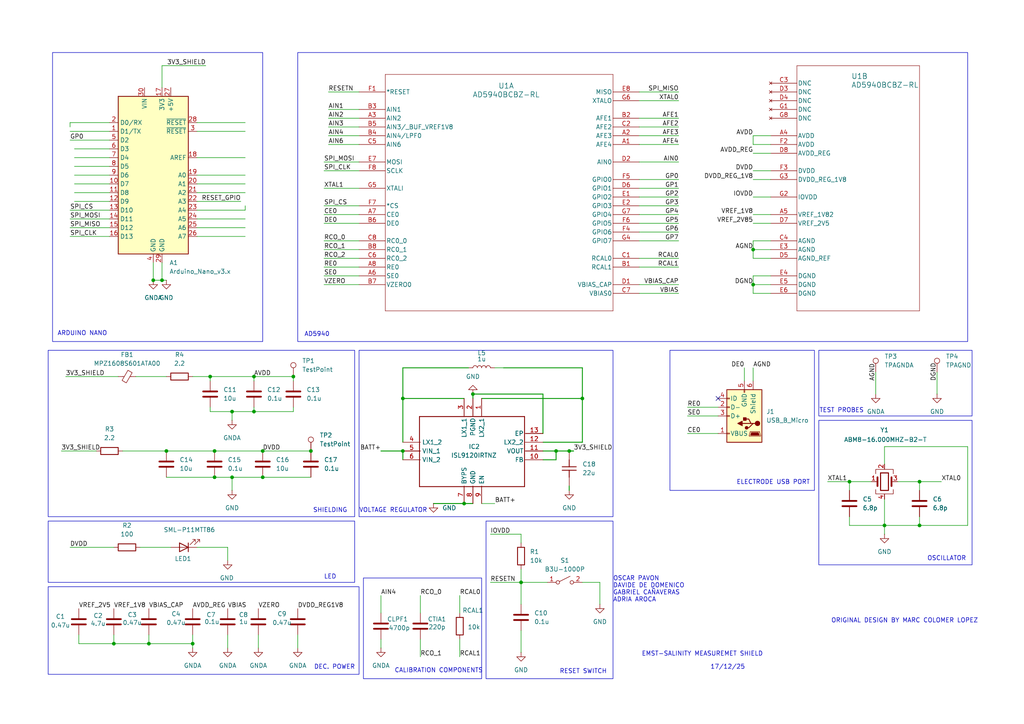
<source format=kicad_sch>
(kicad_sch (version 20250114) (generator "eeschema") (generator_version "9.0")
  (paper "A4")
  (lib_symbols
    (symbol "-nsl_power:ISL9120IRTNZ"
      (property "Reference" "IC" (at 8.89 11.43 0))
      (symbol "ISL9120IRTNZ_1_0"
        (polyline (pts (xy -15.494 -10.3353) (xy -15.494 9.9847)) (stroke (width 0.254)))
        (polyline (pts (xy -15.494 -10.3353) (xy 14.986 -10.3353)) (stroke (width 0.254)))
        (polyline (pts (xy 14.986 9.9847) (xy -15.494 9.9847)) (stroke (width 0.254)))
        (polyline (pts (xy 14.986 9.9847) (xy 14.986 -10.3353)) (stroke (width 0.254)))
        (pin passive line (at -20.32 2.54 0) (length 5.08) (name "LX1_2") (number "4"))
        (pin passive line (at -20.32 0 0) (length 5.08) (name "VIN_1") (number "5"))
        (pin passive line (at -20.32 -2.54 0) (length 5.08) (name "VIN_2") (number "6"))
        (pin passive line (at -2.54 15.24 270) (length 5.08) (name "LX1_1") (number "3"))
        (pin passive line (at -2.54 -15.24 90) (length 5.08) (name "BYPS") (number "7"))
        (pin passive line (at 0 15.24 270) (length 5.08) (name "PGND") (number "2"))
        (pin passive line (at 0 -15.24 90) (length 5.08) (name "GND") (number "8"))
        (pin passive line (at 2.54 15.24 270) (length 5.08) (name "LX2_1") (number "1"))
        (pin passive line (at 2.54 -15.24 90) (length 5.08) (name "EN") (number "9"))
        (pin passive line (at 20.32 5.08 180) (length 5.08) (name "EP") (number "13"))
        (pin passive line (at 20.32 2.54 180) (length 5.08) (name "LX2_2") (number "12"))
        (pin passive line (at 20.32 0 180) (length 5.08) (name "VOUT") (number "11"))
        (pin passive line (at 20.32 -2.54 180) (length 5.08) (name "FB") (number "10"))
      )
    )
    (symbol "AD5940:AD5940BCBZ-RL" (pin_names (offset 0.254))
      (property "Reference" "U" (at 40.64 10.16 0))
      (property "Value" "AD5940BCBZ-RL" (at 40.64 7.62 0))
      (symbol "AD5940BCBZ-RL_1_1"
        (polyline (pts (xy 7.62 5.08) (xy 7.62 -63.5)) (stroke (width 0.127)))
        (polyline (pts (xy 7.62 -63.5) (xy 73.66 -63.5)) (stroke (width 0.127)))
        (polyline (pts (xy 73.66 5.08) (xy 7.62 5.08)) (stroke (width 0.127)))
        (polyline (pts (xy 73.66 -63.5) (xy 73.66 5.08)) (stroke (width 0.127)))
        (pin input line (at 0 0 0) (length 7.62) (name "*RESET") (number "F1"))
        (pin unspecified line (at 0 -5.08 0) (length 7.62) (name "AIN1") (number "B3"))
        (pin unspecified line (at 0 -7.62 0) (length 7.62) (name "AIN2") (number "A3"))
        (pin unspecified line (at 0 -10.16 0) (length 7.62) (name "AIN3/_BUF_VREF1V8") (number "B5"))
        (pin unspecified line (at 0 -12.7 0) (length 7.62) (name "AIN4/LPF0") (number "B4"))
        (pin unspecified line (at 0 -15.24 0) (length 7.62) (name "AIN6") (number "C5"))
        (pin input line (at 0 -20.32 0) (length 7.62) (name "MOSI") (number "E7"))
        (pin input line (at 0 -22.86 0) (length 7.62) (name "SCLK") (number "F8"))
        (pin input line (at 0 -27.94 0) (length 7.62) (name "XTALI") (number "G5"))
        (pin bidirectional line (at 0 -33.02 0) (length 7.62) (name "*CS") (number "F7"))
        (pin unspecified line (at 0 -35.56 0) (length 7.62) (name "CE0") (number "A7"))
        (pin unspecified line (at 0 -38.1 0) (length 7.62) (name "DE0") (number "B6"))
        (pin unspecified line (at 0 -43.18 0) (length 7.62) (name "RC0_0") (number "C8"))
        (pin unspecified line (at 0 -45.72 0) (length 7.62) (name "RC0_1") (number "B8"))
        (pin unspecified line (at 0 -48.26 0) (length 7.62) (name "RC0_2") (number "C6"))
        (pin unspecified line (at 0 -50.8 0) (length 7.62) (name "RE0") (number "A8"))
        (pin unspecified line (at 0 -53.34 0) (length 7.62) (name "SE0") (number "A6"))
        (pin unspecified line (at 0 -55.88 0) (length 7.62) (name "VZERO0") (number "B7"))
        (pin output line (at 81.28 0 180) (length 7.62) (name "MISO") (number "E8"))
        (pin output line (at 81.28 -2.54 180) (length 7.62) (name "XTALO") (number "G6"))
        (pin unspecified line (at 81.28 -7.62 180) (length 7.62) (name "AFE1") (number "B2"))
        (pin unspecified line (at 81.28 -10.16 180) (length 7.62) (name "AFE2") (number "C2"))
        (pin unspecified line (at 81.28 -12.7 180) (length 7.62) (name "AFE3") (number "A2"))
        (pin unspecified line (at 81.28 -15.24 180) (length 7.62) (name "AFE4") (number "A1"))
        (pin unspecified line (at 81.28 -20.32 180) (length 7.62) (name "AIN0") (number "D2"))
        (pin bidirectional line (at 81.28 -25.4 180) (length 7.62) (name "GPIO0") (number "F5"))
        (pin bidirectional line (at 81.28 -27.94 180) (length 7.62) (name "GPIO1") (number "D6"))
        (pin bidirectional line (at 81.28 -30.48 180) (length 7.62) (name "GPIO2") (number "E1"))
        (pin bidirectional line (at 81.28 -33.02 180) (length 7.62) (name "GPIO3") (number "E2"))
        (pin bidirectional line (at 81.28 -35.56 180) (length 7.62) (name "GPIO4") (number "G7"))
        (pin bidirectional line (at 81.28 -38.1 180) (length 7.62) (name "GPIO5") (number "F6"))
        (pin bidirectional line (at 81.28 -40.64 180) (length 7.62) (name "GPIO6") (number "F4"))
        (pin bidirectional line (at 81.28 -43.18 180) (length 7.62) (name "GPIO7") (number "G4"))
        (pin unspecified line (at 81.28 -48.26 180) (length 7.62) (name "RCAL0") (number "C1"))
        (pin unspecified line (at 81.28 -50.8 180) (length 7.62) (name "RCAL1") (number "B1"))
        (pin unspecified line (at 81.28 -55.88 180) (length 7.62) (name "VBIAS_CAP") (number "D1"))
        (pin unspecified line (at 81.28 -58.42 180) (length 7.62) (name "VBIAS0") (number "C7"))
      )
      (symbol "AD5940BCBZ-RL_2_1"
        (polyline (pts (xy 7.62 5.08) (xy 7.62 -66.04)) (stroke (width 0.127)))
        (polyline (pts (xy 7.62 -66.04) (xy 43.18 -66.04)) (stroke (width 0.127)))
        (polyline (pts (xy 43.18 5.08) (xy 7.62 5.08)) (stroke (width 0.127)))
        (polyline (pts (xy 43.18 -66.04) (xy 43.18 5.08)) (stroke (width 0.127)))
        (pin no_connect line (at 0 0 0) (length 7.62) (name "DNC") (number "C3"))
        (pin no_connect line (at 0 -2.54 0) (length 7.62) (name "DNC") (number "D3"))
        (pin no_connect line (at 0 -5.08 0) (length 7.62) (name "DNC") (number "D4"))
        (pin no_connect line (at 0 -7.62 0) (length 7.62) (name "DNC") (number "G1"))
        (pin no_connect line (at 0 -10.16 0) (length 7.62) (name "DNC") (number "G8"))
        (pin power_in line (at 0 -15.24 0) (length 7.62) (name "AVDD") (number "A4"))
        (pin power_in line (at 0 -17.78 0) (length 7.62) (name "AVDD") (number "F2"))
        (pin power_in line (at 0 -20.32 0) (length 7.62) (name "AVDD_REG") (number "D8"))
        (pin power_in line (at 0 -25.4 0) (length 7.62) (name "DVDD") (number "F3"))
        (pin unspecified line (at 0 -27.94 0) (length 7.62) (name "DVDD_REG_1V8") (number "G3"))
        (pin bidirectional line (at 0 -33.02 0) (length 7.62) (name "IOVDD") (number "G2"))
        (pin unspecified line (at 0 -38.1 0) (length 7.62) (name "VREF_1V82") (number "A5"))
        (pin unspecified line (at 0 -40.64 0) (length 7.62) (name "VREF_2V5") (number "D7"))
        (pin power_out line (at 0 -45.72 0) (length 7.62) (name "AGND") (number "C4"))
        (pin power_out line (at 0 -48.26 0) (length 7.62) (name "AGND") (number "E3"))
        (pin power_out line (at 0 -50.8 0) (length 7.62) (name "AGND_REF") (number "D5"))
        (pin power_out line (at 0 -55.88 0) (length 7.62) (name "DGND") (number "E4"))
        (pin power_out line (at 0 -58.42 0) (length 7.62) (name "DGND") (number "E5"))
        (pin power_out line (at 0 -60.96 0) (length 7.62) (name "DGND") (number "E6"))
      )
    )
    (symbol "Connector:TestPoint" (pin_numbers (hide yes)) (pin_names (offset 0.762) (hide yes))
      (property "Reference" "TP" (at 0 6.858 0))
      (property "Value" "TestPoint" (at 0 5.08 0))
      (symbol "TestPoint_0_1"
        (circle (center 0 3.302) (radius 0.762))
      )
      (symbol "TestPoint_1_1"
        (pin passive line (at 0 0 90) (length 2.54) (name "1") (number "1"))
      )
    )
    (symbol "Connector:USB_B_Micro" (pin_names (offset 1.016))
      (property "Reference" "J" (at -5.08 11.43 0))
      (property "Value" "USB_B_Micro" (at -5.08 8.89 0))
      (symbol "USB_B_Micro_0_1"
        (rectangle (start -5.08 -7.62) (end 5.08 7.62) (stroke (width 0.254)) (fill (type background)))
        (polyline (pts (xy -4.699 5.842) (xy -4.699 5.588) (xy -4.445 4.826) (xy -4.445 4.572) (xy -1.651 4.572) (xy -1.651 4.826) (xy -1.397 5.588) (xy -1.397 5.842) (xy -4.699 5.842)))
        (polyline (pts (xy -4.318 5.588) (xy -1.778 5.588) (xy -2.032 4.826) (xy -4.064 4.826) (xy -4.318 5.588)) (fill (type outline)))
        (circle (center -3.81 2.159) (radius 0.635) (stroke (width 0.254)) (fill (type outline)))
        (polyline (pts (xy -3.175 2.159) (xy -2.54 2.159) (xy -1.27 3.429) (xy -0.635 3.429)) (stroke (width 0.254)))
        (polyline (pts (xy -2.54 2.159) (xy -1.905 2.159) (xy -1.27 0.889) (xy 0 0.889)) (stroke (width 0.254)))
        (polyline (pts (xy -1.905 2.159) (xy 0.635 2.159)) (stroke (width 0.254)))
        (circle (center -0.635 3.429) (radius 0.381) (stroke (width 0.254)) (fill (type outline)))
        (rectangle (start -0.127 -7.62) (end 0.127 -6.858))
        (rectangle (start 0.254 1.27) (end -0.508 0.508) (stroke (width 0.254)) (fill (type outline)))
        (polyline (pts (xy 0.635 2.794) (xy 0.635 1.524) (xy 1.905 2.159) (xy 0.635 2.794)) (stroke (width 0.254)) (fill (type outline)))
        (rectangle (start 5.08 4.953) (end 4.318 5.207))
        (rectangle (start 5.08 -0.127) (end 4.318 0.127))
        (rectangle (start 5.08 -2.667) (end 4.318 -2.413))
        (rectangle (start 5.08 -5.207) (end 4.318 -4.953))
      )
      (symbol "USB_B_Micro_1_1"
        (pin passive line (at -2.54 -10.16 90) (length 2.54) (name "Shield") (number "6"))
        (pin power_out line (at 0 -10.16 90) (length 2.54) (name "GND") (number "5"))
        (pin power_out line (at 7.62 5.08 180) (length 2.54) (name "VBUS") (number "1"))
        (pin bidirectional line (at 7.62 0 180) (length 2.54) (name "D+") (number "3"))
        (pin bidirectional line (at 7.62 -2.54 180) (length 2.54) (name "D-") (number "2"))
        (pin passive line (at 7.62 -5.08 180) (length 2.54) (name "ID") (number "4"))
      )
    )
    (symbol "Device:C" (pin_numbers (hide yes)) (pin_names (offset 0.254))
      (property "Reference" "C" (at 0.635 2.54 0))
      (property "Value" "C" (at 0.635 -2.54 0))
      (symbol "C_0_1"
        (polyline (pts (xy -2.032 0.762) (xy 2.032 0.762)) (stroke (width 0.508)))
        (polyline (pts (xy -2.032 -0.762) (xy 2.032 -0.762)) (stroke (width 0.508)))
      )
      (symbol "C_1_1"
        (pin passive line (at 0 3.81 270) (length 2.794) (name "~") (number "1"))
        (pin passive line (at 0 -3.81 90) (length 2.794) (name "~") (number "2"))
      )
    )
    (symbol "Device:Crystal_GND24" (pin_names (offset 1.016) (hide yes))
      (property "Reference" "Y" (at 3.175 5.08 0))
      (property "Value" "Crystal_GND24" (at 3.175 3.175 0))
      (symbol "Crystal_GND24_0_1"
        (polyline (pts (xy -2.54 2.286) (xy -2.54 3.556) (xy 2.54 3.556) (xy 2.54 2.286)))
        (polyline (pts (xy -2.54 0) (xy -2.032 0)))
        (polyline (pts (xy -2.54 -2.286) (xy -2.54 -3.556) (xy 2.54 -3.556) (xy 2.54 -2.286)))
        (polyline (pts (xy -2.032 -1.27) (xy -2.032 1.27)) (stroke (width 0.508)))
        (rectangle (start -1.143 2.54) (end 1.143 -2.54) (stroke (width 0.3048)))
        (polyline (pts (xy 0 3.556) (xy 0 3.81)))
        (polyline (pts (xy 0 -3.81) (xy 0 -3.556)))
        (polyline (pts (xy 2.032 0) (xy 2.54 0)))
        (polyline (pts (xy 2.032 -1.27) (xy 2.032 1.27)) (stroke (width 0.508)))
      )
      (symbol "Crystal_GND24_1_1"
        (pin passive line (at -3.81 0 0) (length 1.27) (name "1") (number "1"))
        (pin passive line (at 0 5.08 270) (length 1.27) (name "2") (number "2"))
        (pin passive line (at 0 -5.08 90) (length 1.27) (name "4") (number "4"))
        (pin passive line (at 3.81 0 180) (length 1.27) (name "3") (number "3"))
      )
    )
    (symbol "Device:FerriteBead_Small" (pin_numbers (hide yes)) (pin_names (offset 0))
      (property "Reference" "FB" (at 1.905 1.27 0))
      (property "Value" "FerriteBead_Small" (at 1.905 -1.27 0))
      (symbol "FerriteBead_Small_0_1"
        (polyline (pts (xy -1.8288 0.2794) (xy -1.1176 1.4986) (xy 1.8288 -0.2032) (xy 1.1176 -1.4224) (xy -1.8288 0.2794)))
        (polyline (pts (xy 0 0.889) (xy 0 1.2954)))
        (polyline (pts (xy 0 -1.27) (xy 0 -0.7874)))
      )
      (symbol "FerriteBead_Small_1_1"
        (pin passive line (at 0 2.54 270) (length 1.27) (name "~") (number "1"))
        (pin passive line (at 0 -2.54 90) (length 1.27) (name "~") (number "2"))
      )
    )
    (symbol "Device:L" (pin_numbers (hide yes)) (pin_names (offset 1.016) (hide yes))
      (property "Reference" "L" (at -1.27 0 90))
      (property "Value" "L" (at 1.905 0 90))
      (symbol "L_0_1"
        (arc (start 0 2.54) (mid 0.6323 1.905) (end 0 1.27))
        (arc (start 0 1.27) (mid 0.6323 0.635) (end 0 0))
        (arc (start 0 0) (mid 0.6323 -0.635) (end 0 -1.27))
        (arc (start 0 -1.27) (mid 0.6323 -1.905) (end 0 -2.54))
      )
      (symbol "L_1_1"
        (pin passive line (at 0 3.81 270) (length 1.27) (name "1") (number "1"))
        (pin passive line (at 0 -3.81 90) (length 1.27) (name "2") (number "2"))
      )
    )
    (symbol "Device:LED" (pin_numbers (hide yes)) (pin_names (offset 1.016) (hide yes))
      (property "Reference" "D" (at 0 2.54 0))
      (property "Value" "LED" (at 0 -2.54 0))
      (symbol "LED_0_1"
        (polyline (pts (xy -3.048 -0.762) (xy -4.572 -2.286) (xy -3.81 -2.286) (xy -4.572 -2.286) (xy -4.572 -1.524)))
        (polyline (pts (xy -1.778 -0.762) (xy -3.302 -2.286) (xy -2.54 -2.286) (xy -3.302 -2.286) (xy -3.302 -1.524)))
        (polyline (pts (xy -1.27 0) (xy 1.27 0)))
        (polyline (pts (xy -1.27 -1.27) (xy -1.27 1.27)) (stroke (width 0.254)))
        (polyline (pts (xy 1.27 -1.27) (xy 1.27 1.27) (xy -1.27 0) (xy 1.27 -1.27)) (stroke (width 0.254)))
      )
      (symbol "LED_1_1"
        (pin passive line (at -3.81 0 0) (length 2.54) (name "K") (number "1"))
        (pin passive line (at 3.81 0 180) (length 2.54) (name "A") (number "2"))
      )
    )
    (symbol "Device:R" (pin_numbers (hide yes)) (pin_names (offset 0))
      (property "Reference" "R" (at 2.032 0 90))
      (property "Value" "R" (at 0 0 90))
      (symbol "R_0_1"
        (rectangle (start -1.016 -2.54) (end 1.016 2.54) (stroke (width 0.254)))
      )
      (symbol "R_1_1"
        (pin passive line (at 0 3.81 270) (length 1.27) (name "~") (number "1"))
        (pin passive line (at 0 -3.81 90) (length 1.27) (name "~") (number "2"))
      )
    )
    (symbol "MCU_Module:Arduino_Nano_v3.x"
      (property "Reference" "A" (at -10.16 23.495 0))
      (property "Value" "Arduino_Nano_v3.x" (at 5.08 -24.13 0))
      (symbol "Arduino_Nano_v3.x_0_1"
        (rectangle (start -10.16 22.86) (end 10.16 -22.86) (stroke (width 0.254)) (fill (type background)))
      )
      (symbol "Arduino_Nano_v3.x_1_1"
        (pin bidirectional line (at -12.7 15.24 0) (length 2.54) (name "D0/RX") (number "2"))
        (pin bidirectional line (at -12.7 12.7 0) (length 2.54) (name "D1/TX") (number "1"))
        (pin bidirectional line (at -12.7 10.16 0) (length 2.54) (name "D2") (number "5"))
        (pin bidirectional line (at -12.7 7.62 0) (length 2.54) (name "D3") (number "6"))
        (pin bidirectional line (at -12.7 5.08 0) (length 2.54) (name "D4") (number "7"))
        (pin bidirectional line (at -12.7 2.54 0) (length 2.54) (name "D5") (number "8"))
        (pin bidirectional line (at -12.7 0 0) (length 2.54) (name "D6") (number "9"))
        (pin bidirectional line (at -12.7 -2.54 0) (length 2.54) (name "D7") (number "10"))
        (pin bidirectional line (at -12.7 -5.08 0) (length 2.54) (name "D8") (number "11"))
        (pin bidirectional line (at -12.7 -7.62 0) (length 2.54) (name "D9") (number "12"))
        (pin bidirectional line (at -12.7 -10.16 0) (length 2.54) (name "D10") (number "13"))
        (pin bidirectional line (at -12.7 -12.7 0) (length 2.54) (name "D11") (number "14"))
        (pin bidirectional line (at -12.7 -15.24 0) (length 2.54) (name "D12") (number "15"))
        (pin bidirectional line (at -12.7 -17.78 0) (length 2.54) (name "D13") (number "16"))
        (pin power_in line (at -2.54 25.4 270) (length 2.54) (name "VIN") (number "30"))
        (pin power_in line (at 0 -25.4 90) (length 2.54) (name "GND") (number "4"))
        (pin power_out line (at 2.54 25.4 270) (length 2.54) (name "3V3") (number "17"))
        (pin power_in line (at 2.54 -25.4 90) (length 2.54) (name "GND") (number "29"))
        (pin power_out line (at 5.08 25.4 270) (length 2.54) (name "+5V") (number "27"))
        (pin input line (at 12.7 15.24 180) (length 2.54) (name "~{RESET}") (number "28"))
        (pin input line (at 12.7 12.7 180) (length 2.54) (name "~{RESET}") (number "3"))
        (pin input line (at 12.7 5.08 180) (length 2.54) (name "AREF") (number "18"))
        (pin bidirectional line (at 12.7 0 180) (length 2.54) (name "A0") (number "19"))
        (pin bidirectional line (at 12.7 -2.54 180) (length 2.54) (name "A1") (number "20"))
        (pin bidirectional line (at 12.7 -5.08 180) (length 2.54) (name "A2") (number "21"))
        (pin bidirectional line (at 12.7 -7.62 180) (length 2.54) (name "A3") (number "22"))
        (pin bidirectional line (at 12.7 -10.16 180) (length 2.54) (name "A4") (number "23"))
        (pin bidirectional line (at 12.7 -12.7 180) (length 2.54) (name "A5") (number "24"))
        (pin bidirectional line (at 12.7 -15.24 180) (length 2.54) (name "A6") (number "25"))
        (pin bidirectional line (at 12.7 -17.78 180) (length 2.54) (name "A7") (number "26"))
      )
    )
    (symbol "PCB-EPS-altium-import:1_22u"
      (property "Value" "1_22u" (at 0 0 0))
      (symbol "1_22u_1_0"
        (polyline (pts (xy -2.032 0.508) (xy 2.032 0.508)) (stroke (width 0.254)))
        (polyline (pts (xy 0 2.54) (xy 0 0.508)) (stroke (width 0.254)))
        (polyline (pts (xy 0 -0.508) (xy 0 -2.54)) (stroke (width 0.254)))
        (polyline (pts (xy 2.032 -0.508) (xy -2.032 -0.508)) (stroke (width 0.254)))
        (pin passive line (at 0 5.08 270) (length 2.54) (name "2") (number "2"))
        (pin passive line (at 0 -5.08 90) (length 2.54) (name "1") (number "1"))
      )
    )
    (symbol "Switch:SW_SPST" (pin_names (offset 0) (hide yes))
      (property "Reference" "SW" (at 0 3.175 0))
      (property "Value" "SW_SPST" (at 0 -2.54 0))
      (symbol "SW_SPST_0_0"
        (circle (center -2.032 0) (radius 0.508))
        (polyline (pts (xy -1.524 0.254) (xy 1.524 1.778)))
        (circle (center 2.032 0) (radius 0.508))
      )
      (symbol "SW_SPST_1_1"
        (pin passive line (at -5.08 0 0) (length 2.54) (name "A") (number "1"))
        (pin passive line (at 5.08 0 180) (length 2.54) (name "B") (number "2"))
      )
    )
    (symbol "power:GND" (power) (pin_numbers (hide yes)) (pin_names (offset 0) (hide yes))
      (property "Value" "GND" (at 0 -3.81 0))
      (symbol "GND_0_1"
        (polyline (pts (xy 0 0) (xy 0 -1.27) (xy 1.27 -1.27) (xy 0 -2.54) (xy -1.27 -1.27) (xy 0 -1.27)))
      )
      (symbol "GND_1_1"
        (pin power_in line (at 0 0 270) (length 0) (name "~") (number "1"))
      )
    )
    (symbol "power:GNDA" (power) (pin_numbers (hide yes)) (pin_names (offset 0) (hide yes))
      (property "Value" "GNDA" (at 0 -3.81 0))
      (symbol "GNDA_0_1"
        (polyline (pts (xy 0 0) (xy 0 -1.27) (xy 1.27 -1.27) (xy 0 -2.54) (xy -1.27 -1.27) (xy 0 -1.27)))
      )
      (symbol "GNDA_1_1"
        (pin power_in line (at 0 0 270) (length 0) (name "~") (number "1"))
      )
    )
  )
  (rectangle (start 13.97 170.18) (end 104.14 195.58))
  (rectangle (start 104.14 101.6) (end 177.8 149.86))
  (rectangle (start 86.36 15.24) (end 280.67 99.06))
  (rectangle (start 105.41 167.64) (end 139.7 196.85))
  (rectangle (start 13.97 151.13) (end 102.87 168.91))
  (rectangle (start 13.97 101.6) (end 102.87 149.86))
  (rectangle (start 140.97 151.13) (end 177.8 196.85))
  (rectangle (start 237.49 121.92) (end 281.94 163.83))
  (rectangle (start 194.31 101.6) (end 236.22 142.24))
  (rectangle (start 237.49 101.6) (end 281.94 120.65))
  (rectangle (start 15.24 15.24) (end 76.2 99.06))
  (text "ORIGINAL DESIGN BY MARC COLOMER LOPEZ" (at 262.382 180.086 0) (effects (font (size 1.27 1.27))))
  (text "OSCAR PAVON\nDAVIDE DE DOMENICO\nGABRIEL CAÑAVERAS\nADRIA AROCA" (at 177.8 170.942 0) (effects (font (size 1.27 1.27)) (justify left)))
  (text "VOLTAGE REGULATOR" (at 114.046 148.082 0) (effects (font (size 1.27 1.27))))
  (text "LED\n" (at 95.758 167.386 0) (effects (font (size 1.27 1.27))))
  (text "EMST-SALINITY MEASUREMET SHIELD" (at 203.708 189.738 0) (effects (font (size 1.27 1.27))))
  (text "17/12/25" (at 211.074 193.548 0) (effects (font (size 1.27 1.27))))
  (text "SHIELDING\n" (at 95.758 148.082 0) (effects (font (size 1.27 1.27))))
  (text "CALIBRATION COMPONENTS\n" (at 127.254 194.564 0) (effects (font (size 1.27 1.27))))
  (text "ELECTRODE USB PORT\n" (at 224.282 139.954 0) (effects (font (size 1.27 1.27))))
  (text "AD5940\n" (at 91.948 97.028 0) (effects (font (size 1.27 1.27))))
  (text "DEC. POWER\n" (at 97.028 193.548 0) (effects (font (size 1.27 1.27))))
  (text "OSCILLATOR\n" (at 274.574 162.052 0) (effects (font (size 1.27 1.27))))
  (text "TEST PROBES" (at 244.094 119.126 0) (effects (font (size 1.27 1.27))))
  (text "RESET SWITCH\n" (at 169.164 194.818 0) (effects (font (size 1.27 1.27))))
  (text "ARDUINO NANO\n" (at 23.876 96.774 0) (effects (font (size 1.27 1.27))))
  (junction (at 218.44 72.39))
  (junction (at 168.91 115.57))
  (junction (at 256.54 152.4))
  (junction (at 218.44 82.55))
  (junction (at 85.09 109.22))
  (junction (at 33.02 186.69))
  (junction (at 67.31 138.43))
  (junction (at 90.17 130.81))
  (junction (at 73.66 119.38))
  (junction (at 116.84 130.81))
  (junction (at 246.38 139.7))
  (junction (at 44.45 81.28))
  (junction (at 165.1 130.81))
  (junction (at 48.26 130.81))
  (junction (at 137.16 114.3))
  (junction (at 266.7 152.4))
  (junction (at 60.96 109.22))
  (junction (at 62.23 130.81))
  (junction (at 73.66 109.22))
  (junction (at 116.84 115.57))
  (junction (at 76.2 138.43))
  (junction (at 46.99 81.28))
  (junction (at 151.13 168.91))
  (junction (at 67.31 119.38))
  (junction (at 134.62 146.05))
  (junction (at 161.29 130.81))
  (junction (at 76.2 130.81))
  (junction (at 43.18 186.69))
  (junction (at 55.88 186.69))
  (junction (at 62.23 138.43))
  (junction (at 266.7 139.7))
  (no_connect (at 208.28 115.57))
  (wire (pts (xy 21.59 48.26) (xy 31.75 48.26)))
  (wire (pts (xy 20.32 66.04) (xy 31.75 66.04)))
  (wire (pts (xy 86.36 187.96) (xy 86.36 184.15)))
  (wire (pts (xy 256.54 144.78) (xy 256.54 152.4)))
  (wire (pts (xy 121.92 177.8) (xy 121.92 172.72)))
  (wire (pts (xy 110.49 177.8) (xy 110.49 172.72)))
  (wire (pts (xy 46.99 81.28) (xy 48.26 81.28)))
  (wire (pts (xy 151.13 168.91) (xy 151.13 175.26)))
  (wire (pts (xy 20.32 38.1) (xy 31.75 38.1)))
  (wire (pts (xy 67.31 138.43) (xy 67.31 142.24)))
  (wire (pts (xy 218.44 39.37) (xy 223.52 39.37)))
  (wire (pts (xy 31.75 35.56) (xy 20.32 35.56)))
  (wire (pts (xy 256.54 152.4) (xy 266.7 152.4)))
  (wire (pts (xy 280.67 152.4) (xy 266.7 152.4)))
  (wire (pts (xy 57.15 68.58) (xy 71.12 68.58)))
  (wire (pts (xy 48.26 138.43) (xy 62.23 138.43)))
  (wire (pts (xy 73.66 109.22) (xy 73.66 110.49)))
  (wire (pts (xy 93.98 77.47) (xy 104.14 77.47)))
  (wire (pts (xy 46.99 76.2) (xy 46.99 81.28)))
  (wire (pts (xy 223.52 69.85) (xy 218.44 69.85)))
  (wire (pts (xy 142.24 154.94) (xy 151.13 154.94)))
  (wire (pts (xy 93.98 62.23) (xy 104.14 62.23)))
  (wire (pts (xy 35.56 130.81) (xy 48.26 130.81)))
  (wire (pts (xy 20.32 68.58) (xy 31.75 68.58)))
  (wire (pts (xy 215.9 106.68) (xy 215.9 110.49)))
  (wire (pts (xy 246.38 139.7) (xy 252.73 139.7)))
  (wire (pts (xy 55.88 186.69) (xy 55.88 184.15)))
  (wire (pts (xy 33.02 184.15) (xy 33.02 186.69)))
  (wire (pts (xy 125.73 146.05) (xy 134.62 146.05)) (stroke (width 0.254)))
  (wire (pts (xy 165.1 130.81) (xy 166.37 130.81)) (stroke (width 0.254)))
  (wire (pts (xy 95.25 34.29) (xy 104.14 34.29)))
  (wire (pts (xy 151.13 165.1) (xy 151.13 168.91)))
  (wire (pts (xy 46.99 19.05) (xy 59.69 19.05)))
  (wire (pts (xy 157.48 114.3) (xy 137.16 114.3)) (stroke (width 0.254)))
  (wire (pts (xy 166.37 130.81) (xy 165.1 130.81)))
  (wire (pts (xy 218.44 64.77) (xy 223.52 64.77)))
  (wire (pts (xy 218.44 82.55) (xy 218.44 85.09)))
  (wire (pts (xy 185.42 74.93) (xy 196.85 74.93)))
  (wire (pts (xy 85.09 109.22) (xy 85.09 110.49)))
  (wire (pts (xy 173.99 168.91) (xy 173.99 175.26)))
  (wire (pts (xy 240.03 139.7) (xy 246.38 139.7)))
  (wire (pts (xy 266.7 152.4) (xy 266.7 149.86)))
  (wire (pts (xy 43.18 186.69) (xy 43.18 184.15)))
  (wire (pts (xy 223.52 80.01) (xy 218.44 80.01)))
  (wire (pts (xy 146.05 106.68) (xy 168.91 106.68)) (stroke (width 0.254)))
  (wire (pts (xy 121.92 185.42) (xy 121.92 190.5)))
  (wire (pts (xy 168.91 168.91) (xy 173.99 168.91)))
  (wire (pts (xy 116.84 115.57) (xy 134.62 115.57)) (stroke (width 0.254)))
  (wire (pts (xy 280.67 129.54) (xy 280.67 152.4)))
  (wire (pts (xy 74.93 187.96) (xy 74.93 184.15)))
  (wire (pts (xy 93.98 54.61) (xy 104.14 54.61)))
  (wire (pts (xy 57.15 45.72) (xy 71.12 45.72)))
  (wire (pts (xy 199.39 118.11) (xy 208.28 118.11)))
  (wire (pts (xy 110.49 130.81) (xy 116.84 130.81)) (stroke (width 0.254)))
  (wire (pts (xy 185.42 62.23) (xy 196.85 62.23)))
  (wire (pts (xy 218.44 106.68) (xy 218.44 110.49)))
  (wire (pts (xy 185.42 64.77) (xy 196.85 64.77)))
  (wire (pts (xy 260.35 139.7) (xy 266.7 139.7)))
  (wire (pts (xy 93.98 49.53) (xy 104.14 49.53)))
  (wire (pts (xy 246.38 139.7) (xy 246.38 142.24)))
  (wire (pts (xy 57.15 63.5) (xy 71.12 63.5)))
  (wire (pts (xy 218.44 62.23) (xy 223.52 62.23)))
  (wire (pts (xy 185.42 69.85) (xy 196.85 69.85)))
  (wire (pts (xy 165.1 140.97) (xy 165.1 142.24)) (stroke (width 0.254)))
  (wire (pts (xy 185.42 82.55) (xy 196.85 82.55)))
  (wire (pts (xy 271.78 107.95) (xy 271.78 114.3)))
  (wire (pts (xy 73.66 119.38) (xy 85.09 119.38)))
  (wire (pts (xy 19.05 109.22) (xy 34.29 109.22)))
  (wire (pts (xy 116.84 130.81) (xy 116.84 133.35)) (stroke (width 0.254)))
  (wire (pts (xy 62.23 138.43) (xy 67.31 138.43)))
  (wire (pts (xy 57.15 53.34) (xy 71.12 53.34)))
  (wire (pts (xy 185.42 29.21) (xy 196.85 29.21)))
  (wire (pts (xy 133.35 177.8) (xy 133.35 172.72)))
  (wire (pts (xy 93.98 72.39) (xy 104.14 72.39)))
  (wire (pts (xy 218.44 72.39) (xy 218.44 74.93)))
  (wire (pts (xy 218.44 82.55) (xy 223.52 82.55)))
  (wire (pts (xy 57.15 158.75) (xy 66.04 158.75)))
  (wire (pts (xy 21.59 50.8) (xy 31.75 50.8)))
  (wire (pts (xy 218.44 39.37) (xy 218.44 41.91)))
  (wire (pts (xy 185.42 34.29) (xy 196.85 34.29)))
  (wire (pts (xy 62.23 130.81) (xy 76.2 130.81)))
  (wire (pts (xy 93.98 74.93) (xy 104.14 74.93)))
  (wire (pts (xy 168.91 106.68) (xy 168.91 115.57)) (stroke (width 0.254)))
  (wire (pts (xy 95.25 26.67) (xy 104.14 26.67)))
  (wire (pts (xy 218.44 74.93) (xy 223.52 74.93)))
  (wire (pts (xy 40.64 158.75) (xy 49.53 158.75)))
  (wire (pts (xy 21.59 45.72) (xy 31.75 45.72)))
  (wire (pts (xy 137.16 114.3) (xy 137.16 115.57)) (stroke (width 0.254)))
  (wire (pts (xy 218.44 52.07) (xy 223.52 52.07)))
  (wire (pts (xy 39.37 109.22) (xy 48.26 109.22)))
  (wire (pts (xy 218.44 44.45) (xy 223.52 44.45)))
  (wire (pts (xy 76.2 138.43) (xy 90.17 138.43)))
  (wire (pts (xy 85.09 118.11) (xy 85.09 119.38)))
  (wire (pts (xy 57.15 60.96) (xy 71.12 60.96)))
  (wire (pts (xy 66.04 187.96) (xy 66.04 184.15)))
  (wire (pts (xy 168.91 115.57) (xy 168.91 128.27)) (stroke (width 0.254)))
  (wire (pts (xy 254 107.95) (xy 254 114.3)))
  (wire (pts (xy 95.25 39.37) (xy 104.14 39.37)))
  (wire (pts (xy 22.86 186.69) (xy 33.02 186.69)))
  (wire (pts (xy 57.15 35.56) (xy 71.12 35.56)))
  (wire (pts (xy 185.42 46.99) (xy 196.85 46.99)))
  (wire (pts (xy 57.15 50.8) (xy 71.12 50.8)))
  (wire (pts (xy 185.42 39.37) (xy 196.85 39.37)))
  (wire (pts (xy 21.59 53.34) (xy 31.75 53.34)))
  (wire (pts (xy 266.7 139.7) (xy 266.7 142.24)))
  (wire (pts (xy 157.48 133.35) (xy 161.29 133.35)) (stroke (width 0.254)))
  (wire (pts (xy 246.38 152.4) (xy 256.54 152.4)))
  (wire (pts (xy 161.29 130.81) (xy 165.1 130.81)) (stroke (width 0.254)))
  (wire (pts (xy 110.49 185.42) (xy 110.49 187.96)))
  (wire (pts (xy 266.7 139.7) (xy 273.05 139.7)))
  (wire (pts (xy 185.42 52.07) (xy 196.85 52.07)))
  (wire (pts (xy 21.59 43.18) (xy 31.75 43.18)))
  (wire (pts (xy 218.44 69.85) (xy 218.44 72.39)))
  (wire (pts (xy 95.25 36.83) (xy 104.14 36.83)))
  (wire (pts (xy 57.15 58.42) (xy 69.85 58.42)))
  (wire (pts (xy 218.44 85.09) (xy 223.52 85.09)))
  (wire (pts (xy 256.54 152.4) (xy 256.54 154.94)))
  (wire (pts (xy 67.31 119.38) (xy 67.31 121.92)))
  (wire (pts (xy 157.48 128.27) (xy 168.91 128.27)) (stroke (width 0.254)))
  (wire (pts (xy 20.32 60.96) (xy 31.75 60.96)))
  (wire (pts (xy 185.42 54.61) (xy 196.85 54.61)))
  (wire (pts (xy 55.88 109.22) (xy 60.96 109.22)))
  (wire (pts (xy 185.42 57.15) (xy 196.85 57.15)))
  (wire (pts (xy 67.31 138.43) (xy 76.2 138.43)))
  (wire (pts (xy 185.42 85.09) (xy 196.85 85.09)))
  (wire (pts (xy 44.45 81.28) (xy 46.99 81.28)))
  (wire (pts (xy 76.2 130.81) (xy 90.17 130.81)))
  (wire (pts (xy 151.13 157.48) (xy 151.13 154.94)))
  (wire (pts (xy 218.44 80.01) (xy 218.44 82.55)))
  (wire (pts (xy 43.18 186.69) (xy 55.88 186.69)))
  (wire (pts (xy 199.39 120.65) (xy 208.28 120.65)))
  (wire (pts (xy 60.96 109.22) (xy 73.66 109.22)))
  (wire (pts (xy 218.44 49.53) (xy 223.52 49.53)))
  (wire (pts (xy 161.29 133.35) (xy 161.29 130.81)) (stroke (width 0.254)))
  (wire (pts (xy 133.35 185.42) (xy 133.35 190.5)))
  (wire (pts (xy 151.13 182.88) (xy 151.13 189.23)))
  (wire (pts (xy 46.99 25.4) (xy 46.99 19.05)))
  (wire (pts (xy 60.96 119.38) (xy 67.31 119.38)))
  (wire (pts (xy 218.44 72.39) (xy 223.52 72.39)))
  (wire (pts (xy 66.04 158.75) (xy 66.04 162.56)))
  (wire (pts (xy 246.38 152.4) (xy 246.38 149.86)))
  (wire (pts (xy 57.15 38.1) (xy 71.12 38.1)))
  (wire (pts (xy 199.39 125.73) (xy 208.28 125.73)))
  (wire (pts (xy 93.98 59.69) (xy 104.14 59.69)))
  (wire (pts (xy 48.26 130.81) (xy 62.23 130.81)))
  (wire (pts (xy 95.25 41.91) (xy 104.14 41.91)))
  (wire (pts (xy 21.59 58.42) (xy 31.75 58.42)))
  (wire (pts (xy 185.42 41.91) (xy 196.85 41.91)))
  (wire (pts (xy 33.02 186.69) (xy 43.18 186.69)))
  (wire (pts (xy 93.98 69.85) (xy 104.14 69.85)))
  (wire (pts (xy 93.98 82.55) (xy 104.14 82.55)))
  (wire (pts (xy 22.86 184.15) (xy 22.86 186.69)))
  (wire (pts (xy 57.15 55.88) (xy 71.12 55.88)))
  (wire (pts (xy 157.48 130.81) (xy 161.29 130.81)) (stroke (width 0.254)))
  (wire (pts (xy 21.59 55.88) (xy 31.75 55.88)))
  (wire (pts (xy 143.51 106.68) (xy 146.05 106.68)))
  (wire (pts (xy 185.42 59.69) (xy 196.85 59.69)))
  (wire (pts (xy 20.32 158.75) (xy 33.02 158.75)))
  (wire (pts (xy 157.48 114.3) (xy 157.48 125.73)) (stroke (width 0.254)))
  (wire (pts (xy 185.42 26.67) (xy 196.85 26.67)))
  (wire (pts (xy 20.32 40.64) (xy 31.75 40.64)))
  (wire (pts (xy 218.44 41.91) (xy 223.52 41.91)))
  (wire (pts (xy 256.54 129.54) (xy 280.67 129.54)))
  (wire (pts (xy 151.13 168.91) (xy 158.75 168.91)))
  (wire (pts (xy 134.62 146.05) (xy 137.16 146.05)) (stroke (width 0.254)))
  (wire (pts (xy 73.66 109.22) (xy 85.09 109.22)))
  (wire (pts (xy 218.44 57.15) (xy 223.52 57.15)))
  (wire (pts (xy 93.98 46.99) (xy 104.14 46.99)))
  (wire (pts (xy 185.42 36.83) (xy 196.85 36.83)))
  (wire (pts (xy 93.98 80.01) (xy 104.14 80.01)))
  (wire (pts (xy 256.54 134.62) (xy 256.54 129.54)))
  (wire (pts (xy 95.25 31.75) (xy 104.14 31.75)))
  (wire (pts (xy 71.12 59.69) (xy 71.12 60.96)))
  (wire (pts (xy 20.32 35.56) (xy 20.32 36.83)))
  (wire (pts (xy 139.7 146.05) (xy 143.51 146.05)))
  (wire (pts (xy 116.84 106.68) (xy 116.84 115.57)) (stroke (width 0.254)))
  (wire (pts (xy 93.98 64.77) (xy 104.14 64.77)))
  (wire (pts (xy 67.31 119.38) (xy 73.66 119.38)))
  (wire (pts (xy 185.42 77.47) (xy 196.85 77.47)))
  (wire (pts (xy 44.45 76.2) (xy 44.45 81.28)))
  (wire (pts (xy 20.32 63.5) (xy 31.75 63.5)))
  (wire (pts (xy 185.42 67.31) (xy 196.85 67.31)))
  (wire (pts (xy 60.96 110.49) (xy 60.96 109.22)))
  (wire (pts (xy 139.7 115.57) (xy 168.91 115.57)) (stroke (width 0.254)))
  (wire (pts (xy 142.24 168.91) (xy 151.13 168.91)))
  (wire (pts (xy 55.88 186.69) (xy 55.88 187.96)))
  (wire (pts (xy 116.84 115.57) (xy 116.84 128.27)) (stroke (width 0.254)))
  (wire (pts (xy 135.89 106.68) (xy 116.84 106.68)) (stroke (width 0.254)))
  (wire (pts (xy 60.96 118.11) (xy 60.96 119.38)))
  (wire (pts (xy 57.15 66.04) (xy 71.12 66.04)))
  (wire (pts (xy 17.78 130.81) (xy 27.94 130.81)))
  (wire (pts (xy 73.66 118.11) (xy 73.66 119.38)))
  (label "VBIAS" (at 66.04 176.53 0))
  (label "XTAL0" (at 196.85 29.21 180))
  (label "IOVDD" (at 142.24 154.94 0))
  (label "RCAL1" (at 133.35 190.5 0))
  (label "3V3_SHIELD" (at 59.69 19.05 180))
  (label "RCO_1" (at 121.92 190.5 0))
  (label "VREF_1V8" (at 218.44 62.23 180))
  (label "DGND" (at 218.44 82.55 180))
  (label "SPI_CLK" (at 20.32 68.58 0))
  (label "VREF_2V5" (at 22.86 176.53 0))
  (label "AGND" (at 218.44 106.68 0))
  (label "DVDD" (at 76.2 130.81 0))
  (label "GP2" (at 196.85 57.15 180))
  (label "XTAL1" (at 240.03 139.7 0))
  (label "BATT+" (at 110.49 130.81 180))
  (label "AIN4" (at 95.25 39.37 0))
  (label "SPI_MISO" (at 196.85 26.67 180))
  (label "GP0" (at 196.85 52.07 180))
  (label "GP3" (at 196.85 59.69 180))
  (label "AGND" (at 254 110.49 90))
  (label "BATT+" (at 143.51 146.05 0))
  (label "DE0" (at 215.9 106.68 180))
  (label "DVDD_REG1V8" (at 86.36 176.53 0))
  (label "3V3_SHIELD" (at 166.37 130.81 0))
  (label "SE0" (at 93.98 80.01 0))
  (label "DE0" (at 93.98 64.77 0))
  (label "RCO_0" (at 93.98 69.85 0))
  (label "DGND" (at 271.78 110.49 90))
  (label "AIN3" (at 95.25 36.83 0))
  (label "AVDD_REG" (at 55.88 176.53 0))
  (label "RCAL0" (at 133.35 172.72 0))
  (label "VBIAS" (at 196.85 85.09 180))
  (label "SPI_MOSI" (at 20.32 63.5 0))
  (label "GP7" (at 196.85 69.85 180))
  (label "GP6" (at 196.85 67.31 180))
  (label "AIN4" (at 110.49 172.72 0))
  (label "VBIAS_CAP" (at 43.18 176.53 0))
  (label "SPI_CS" (at 93.98 59.69 0))
  (label "VREF_1V8" (at 33.02 176.53 0))
  (label "AIN6" (at 95.25 41.91 0))
  (label "AIN2" (at 95.25 34.29 0))
  (label "VREF_2V85" (at 218.44 64.77 180))
  (label "VZERO" (at 74.93 176.53 0))
  (label "RCAL1" (at 196.85 77.47 180))
  (label "AGND" (at 218.44 72.39 180))
  (label "GP5" (at 196.85 64.77 180))
  (label "3V3_SHIELD" (at 17.78 130.81 0))
  (label "AVDD" (at 218.44 39.37 180))
  (label "RCO_2" (at 93.98 74.93 0))
  (label "XTAL0" (at 273.05 139.7 0))
  (label "CE0" (at 199.39 125.73 0))
  (label "XTAL1" (at 93.98 54.61 0))
  (label "AFE1" (at 196.85 34.29 180))
  (label "RCAL0" (at 196.85 74.93 180))
  (label "GP4" (at 196.85 62.23 180))
  (label "AFE3" (at 196.85 39.37 180))
  (label "RCO_0" (at 121.92 172.72 0))
  (label "RCO_1" (at 93.98 72.39 0))
  (label "GP1" (at 196.85 54.61 180))
  (label "DVDD" (at 218.44 49.53 180))
  (label "SPI_CS" (at 20.32 60.96 0))
  (label "RESETN" (at 95.25 26.67 0))
  (label "RESETN" (at 142.24 168.91 0))
  (label "SPI_CLK" (at 93.98 49.53 0))
  (label "RE0" (at 93.98 77.47 0))
  (label "AVDD" (at 73.66 109.22 0))
  (label "DVDD" (at 20.32 158.75 0))
  (label "AVDD_REG" (at 218.44 44.45 180))
  (label "GP0" (at 20.32 40.64 0))
  (label "DVDD_REG_1V8" (at 218.44 52.07 180))
  (label "AFE2" (at 196.85 36.83 180))
  (label "IOVDD" (at 218.44 57.15 180))
  (label "SE0" (at 199.39 120.65 0))
  (label "SPI_MISO" (at 20.32 66.04 0))
  (label "AIN1" (at 95.25 31.75 0))
  (label "SPI_MOSI" (at 93.98 46.99 0))
  (label "CE0" (at 93.98 62.23 0))
  (label "3V3_SHIELD" (at 19.05 109.22 0))
  (label "RE0" (at 199.39 118.11 0))
  (label "RESET_GPIO" (at 69.85 58.42 180))
  (label "VBIAS_CAP" (at 196.85 82.55 180))
  (label "VZERO" (at 93.98 82.55 0))
  (label "AFE4" (at 196.85 41.91 180))
  (label "AIN0" (at 196.85 46.99 180))
  (symbol (lib_id "power:GND") (at 165.1 142.24 0) (unit 1)
    (property "Reference" "#PWR0119" (effects (hide yes)))
    (property "Value" "GND" (at 165.1 147.32 0))
  )
  (symbol (lib_id "power:GNDA") (at 44.45 81.28 0) (unit 1)
    (property "Reference" "#PWR014" (effects (hide yes)))
    (property "Value" "GNDA" (at 44.45 86.36 0))
    (property "Description" "Power symbol creates a global label with name \"GNDA\" , analog ground" (effects (hide yes)))
  )
  (symbol (lib_id "Device:C") (at 62.23 134.62 0) (unit 1)
    (property "Reference" "C15" (at 66.04 133.3499 0) (effects (justify left)))
    (property "Value" "0.1u" (at 66.04 135.8899 0) (effects (justify left)))
    (property "Description" "Unpolarized capacitor" (effects (hide yes)))
  )
  (symbol (lib_id "power:GND") (at 66.04 162.56 0) (unit 1)
    (property "Reference" "#PWR01" (effects (hide yes)))
    (property "Value" "GND" (at 65.786 167.64 0))
    (property "Description" "Power symbol creates a global label with name \"GND\" , ground" (effects (hide yes)))
  )
  (symbol (lib_id "power:GNDA") (at 110.49 187.96 0) (unit 1)
    (property "Reference" "#PWR03" (effects (hide yes)))
    (property "Value" "GNDA" (at 110.49 193.04 0))
    (property "Description" "Power symbol creates a global label with name \"GNDA\" , analog ground" (effects (hide yes)))
  )
  (symbol (lib_id "Device:C") (at 90.17 134.62 0) (unit 1)
    (property "Reference" "C17" (at 93.98 133.3499 0) (effects (justify left)))
    (property "Value" "0.1u" (at 93.98 135.8899 0) (effects (justify left)))
    (property "Description" "Unpolarized capacitor" (effects (hide yes)))
  )
  (symbol (lib_id "Device:C") (at 151.13 179.07 0) (unit 1)
    (property "Reference" "C10" (at 154.94 177.7999 0) (effects (justify left)))
    (property "Value" "0.1u" (at 154.94 180.3399 0) (effects (justify left)))
    (property "Description" "Unpolarized capacitor" (effects (hide yes)))
  )
  (symbol (lib_id "Device:C") (at 66.04 180.34 180) (unit 1)
    (property "Reference" "C7" (at 61.214 178.308 0))
    (property "Value" "0.1u" (at 61.468 180.34 0))
    (property "Description" "Unpolarized capacitor" (effects (hide yes)))
  )
  (symbol (lib_id "-nsl_power:ISL9120IRTNZ") (at 137.16 130.81 0) (unit 1)
    (property "Reference" "IC2" (at 135.89 129.54 0) (effects (justify left)))
    (property "Value" "ISL9120IRTNZ" (at 130.81 132.08 0) (effects (justify left)))
    (property "Footprint" "power-nsl:ISL9120IRTNZ" (effects (hide yes)))
    (property "SPICEPRE" "I" (effects (hide yes)))
    (property "SPICESYMBOLNAME" "ISL9120IRTNZ" (effects (hide yes)))
    (property "BOM_MANUFACTURER PART" "ISL9120IRTNZ" (effects (hide yes)))
    (property "BOM_SUPPLIER" "Farnell" (effects (hide yes)))
    (property "BOM_SUPPLIER PART" "2630543" (effects (hide yes)))
    (property "BOM_MANUFACTURER" "Renesas / Intersil" (effects (hide yes)))
    (property "BOM_LINK" "https://es.farnell.com/renesas/isl9120irtnz/conver-dc-dc-buck-boost-0-8a-tqfn/dp/2630543?ost=isl9120irtnz" (effects (hide yes)))
    (property "Manufacturer 1" "Renesas / Intersil" (effects (hide yes)))
    (property "Manufacturer Part Number 1" "ISL9120IRTNZ" (effects (hide yes)))
    (property "Supplier 1" "Farnell" (effects (hide yes)))
    (property "Supplier Part Number 1" "2630543" (effects (hide yes)))
  )
  (symbol (lib_id "power:GNDA") (at 55.88 187.96 0) (unit 1)
    (property "Reference" "#PWR02" (effects (hide yes)))
    (property "Value" "GNDA" (at 55.88 193.04 0))
    (property "Description" "Power symbol creates a global label with name \"GNDA\" , analog ground" (effects (hide yes)))
  )
  (symbol (lib_id "Device:C") (at 86.36 180.34 180) (unit 1)
    (property "Reference" "C9" (at 81.788 178.054 0))
    (property "Value" "0.47u" (at 81.788 180.594 0))
    (property "Description" "Unpolarized capacitor" (effects (hide yes)))
  )
  (symbol (lib_id "Device:R") (at 151.13 161.29 0) (unit 1)
    (property "Reference" "R1" (at 153.67 160.0199 0) (effects (justify left)))
    (property "Value" "10k" (at 153.67 162.5599 0) (effects (justify left)))
    (property "Description" "Resistor" (effects (hide yes)))
  )
  (symbol (lib_id "power:GND") (at 48.26 81.28 0) (unit 1)
    (property "Reference" "#PWR015" (effects (hide yes)))
    (property "Value" "GND" (at 48.26 86.36 0))
    (property "Description" "Power symbol creates a global label with name \"GND\" , ground" (effects (hide yes)))
  )
  (symbol (lib_id "Device:C") (at 76.2 134.62 0) (unit 1)
    (property "Reference" "C16" (at 80.01 133.3499 0) (effects (justify left)))
    (property "Value" "10u" (at 80.01 135.8899 0) (effects (justify left)))
    (property "Description" "Unpolarized capacitor" (effects (hide yes)))
  )
  (symbol (lib_id "AD5940:AD5940BCBZ-RL") (at 104.14 26.67 0) (unit 1)
    (property "Reference" "U1" (at 146.812 24.892 0) (effects (font (size 1.524 1.524))))
    (property "Value" "AD5940BCBZ-RL" (at 146.812 27.432 0) (effects (font (size 1.524 1.524))))
    (property "Footprint" "AD5940BCBZ-RL_ADI" (effects (hide yes)))
    (property "Datasheet" "https://www.analog.com/media/en/technical-documentation/data-sheets/AD5940-5941.pdf" (effects (hide yes)))
  )
  (symbol (lib_id "MCU_Module:Arduino_Nano_v3.x") (at 44.45 50.8 0) (unit 1)
    (property "Reference" "A1" (at 49.1333 76.2 0) (effects (justify left)))
    (property "Value" "Arduino_Nano_v3.x" (at 49.1333 78.74 0) (effects (justify left)))
    (property "Footprint" "Module:Arduino_Nano" (effects (hide yes)))
    (property "Datasheet" "http://www.mouser.com/pdfdocs/Gravitech_Arduino_Nano3_0.pdf" (effects (hide yes)))
    (property "Description" "Arduino Nano v3.x" (effects (hide yes)))
  )
  (symbol (lib_id "Device:C") (at 266.7 146.05 0) (unit 1)
    (property "Reference" "C6" (at 270.51 144.7799 0) (effects (justify left)))
    (property "Value" "6.8p" (at 270.51 147.3199 0) (effects (justify left)))
    (property "Description" "Unpolarized capacitor" (effects (hide yes)))
  )
  (symbol (lib_id "power:GNDA") (at 66.04 187.96 0) (unit 1)
    (property "Reference" "#PWR04" (effects (hide yes)))
    (property "Value" "GNDA" (at 66.04 193.04 0))
    (property "Description" "Power symbol creates a global label with name \"GNDA\" , analog ground" (effects (hide yes)))
  )
  (symbol (lib_id "Device:C") (at 110.49 181.61 0) (unit 1)
    (property "Reference" "CLPF1" (at 115.316 179.578 0))
    (property "Value" "4700p" (at 115.824 182.118 0))
    (property "Description" "Unpolarized capacitor" (effects (hide yes)))
  )
  (symbol (lib_id "Device:C") (at 246.38 146.05 0) (unit 1)
    (property "Reference" "C5" (at 250.19 144.7799 0) (effects (justify left)))
    (property "Value" "6.8p" (at 250.19 147.3199 0) (effects (justify left)))
    (property "Description" "Unpolarized capacitor" (effects (hide yes)))
  )
  (symbol (lib_id "power:GND") (at 67.31 142.24 0) (unit 1)
    (property "Reference" "#PWR011" (effects (hide yes)))
    (property "Value" "GND" (at 67.31 147.32 0))
    (property "Description" "Power symbol creates a global label with name \"GND\" , ground" (effects (hide yes)))
  )
  (symbol (lib_id "Device:C") (at 48.26 134.62 0) (unit 1)
    (property "Reference" "C14" (at 52.07 133.3499 0) (effects (justify left)))
    (property "Value" "10u" (at 52.07 135.8899 0) (effects (justify left)))
    (property "Description" "Unpolarized capacitor" (effects (hide yes)))
  )
  (symbol (lib_id "power:GND") (at 151.13 189.23 0) (unit 1)
    (property "Reference" "#PWR08" (effects (hide yes)))
    (property "Value" "GND" (at 151.13 194.31 0))
    (property "Description" "Power symbol creates a global label with name \"GND\" , ground" (effects (hide yes)))
  )
  (symbol (lib_id "Connector:TestPoint") (at 271.78 107.95 0) (unit 1)
    (property "Reference" "TP4" (at 274.32 103.3779 0) (effects (justify left)))
    (property "Value" "TPAGND" (at 274.32 105.9179 0) (effects (justify left)))
    (property "Footprint" "TestPoint:TestPoint_Pad_D1.0mm" (effects (hide yes)))
    (property "Description" "test point" (effects (hide yes)))
  )
  (symbol (lib_id "Device:C") (at 55.88 180.34 180) (unit 1)
    (property "Reference" "C4" (at 51.054 178.054 0))
    (property "Value" "0.47u" (at 51.054 180.594 0))
    (property "Description" "Unpolarized capacitor" (effects (hide yes)))
  )
  (symbol (lib_id "Connector:TestPoint") (at 85.09 109.22 0) (unit 1)
    (property "Reference" "TP1" (at 87.63 104.6479 0) (effects (justify left)))
    (property "Value" "TestPoint" (at 87.63 107.1879 0) (effects (justify left)))
    (property "Footprint" "TestPoint:TestPoint_Pad_D1.0mm" (effects (hide yes)))
    (property "Description" "test point" (effects (hide yes)))
  )
  (symbol (lib_id "Device:R") (at 133.35 181.61 0) (unit 1)
    (property "Reference" "RCAL1" (at 134.112 177.038 0) (effects (justify left)))
    (property "Value" "10k" (at 135.636 181.864 0) (effects (justify left)))
    (property "Description" "Resistor" (effects (hide yes)))
  )
  (symbol (lib_id "power:GND") (at 173.99 175.26 0) (unit 1)
    (property "Reference" "#PWR09" (effects (hide yes)))
    (property "Value" "GND" (at 173.99 180.34 0))
    (property "Description" "Power symbol creates a global label with name \"GND\" , ground" (effects (hide yes)))
  )
  (symbol (lib_id "power:GND") (at 271.78 114.3 0) (unit 1)
    (property "Reference" "#PWR013" (effects (hide yes)))
    (property "Value" "GND" (at 271.78 119.38 0))
    (property "Description" "Power symbol creates a global label with name \"GND\" , ground" (effects (hide yes)))
  )
  (symbol (lib_id "Device:C") (at 74.93 180.34 180) (unit 1)
    (property "Reference" "C8" (at 70.612 178.308 0))
    (property "Value" "1u" (at 70.612 180.34 0))
    (property "Description" "Unpolarized capacitor" (effects (hide yes)))
  )
  (symbol (lib_id "power:GND") (at 137.16 114.3 180) (unit 1)
    (property "Reference" "#PWR0116" (effects (hide yes)))
    (property "Value" "GND" (at 137.16 109.22 0))
  )
  (symbol (lib_id "power:GNDA") (at 67.31 121.92 0) (unit 1)
    (property "Reference" "#PWR010" (effects (hide yes)))
    (property "Value" "GNDA" (at 67.31 127 0))
    (property "Description" "Power symbol creates a global label with name \"GNDA\" , analog ground" (effects (hide yes)))
  )
  (symbol (lib_id "Connector:USB_B_Micro") (at 215.9 120.65 180) (unit 1)
    (property "Reference" "J1" (at 222.25 119.3799 0) (effects (justify right)))
    (property "Value" "USB_B_Micro" (at 222.25 121.9199 0) (effects (justify right)))
    (property "Footprint" "Connector_USB:USB_Micro-B_Molex_47346-0001" (effects (hide yes)))
    (property "Description" "USB Micro Type B connector" (effects (hide yes)))
  )
  (symbol (lib_id "power:GND") (at 256.54 154.94 0) (unit 1)
    (property "Reference" "#PWR07" (effects (hide yes)))
    (property "Value" "GND" (at 256.54 160.02 0))
    (property "Description" "Power symbol creates a global label with name \"GND\" , ground" (effects (hide yes)))
  )
  (symbol (lib_id "Device:R") (at 52.07 109.22 90) (unit 1)
    (property "Reference" "R4" (at 52.07 102.87 90))
    (property "Value" "2.2" (at 52.07 105.41 90))
    (property "Description" "Resistor" (effects (hide yes)))
  )
  (symbol (lib_id "Device:FerriteBead_Small") (at 36.83 109.22 270) (unit 1)
    (property "Reference" "FB1" (at 36.8681 102.87 90))
    (property "Value" "MPZ1608S601ATA00" (at 36.8681 105.41 90))
    (property "Footprint" "BEADC1608X75N" (effects (hide yes)))
    (property "Description" "Ferrite bead, small symbol" (effects (hide yes)))
    (property "Height" "0.75" (effects (hide yes)))
    (property "Mouser Part Number" "810-MPZ1608S601ATA00" (effects (hide yes)))
    (property "Mouser Price/Stock" "https://www.mouser.co.uk/ProductDetail/TDK/MPZ1608S601ATA00?qs=47dIwT2ZIzth0CTKDYh9rw%3D%3D" (effects (hide yes)))
    (property "Manufacturer_Name" "TDK" (effects (hide yes)))
    (property "Manufacturer_Part_Number" "MPZ1608S601ATA00" (effects (hide yes)))
  )
  (symbol (lib_id "power:GNDA") (at 86.36 187.96 0) (unit 1)
    (property "Reference" "#PWR06" (effects (hide yes)))
    (property "Value" "GNDA" (at 86.36 193.04 0))
    (property "Description" "Power symbol creates a global label with name \"GNDA\" , analog ground" (effects (hide yes)))
  )
  (symbol (lib_id "Connector:TestPoint") (at 90.17 130.81 0) (unit 1)
    (property "Reference" "TP2" (at 92.71 126.2379 0) (effects (justify left)))
    (property "Value" "TestPoint" (at 92.71 128.7779 0) (effects (justify left)))
    (property "Footprint" "TestPoint:TestPoint_Pad_D1.0mm" (effects (hide yes)))
    (property "Description" "test point" (effects (hide yes)))
  )
  (symbol (lib_id "Device:C") (at 121.92 181.61 0) (unit 1)
    (property "Reference" "CTIA1" (at 126.746 179.578 0))
    (property "Value" "220p" (at 126.746 181.864 0))
    (property "Description" "Unpolarized capacitor" (effects (hide yes)))
  )
  (symbol (lib_id "PCB-EPS-altium-import:1_22u") (at 165.1 135.89 0) (unit 1)
    (property "Reference" "C18" (at 168.91 134.6199 0) (effects (justify left)))
    (property "Value" "22u" (at 168.91 137.1599 0) (effects (justify left)))
    (property "Footprint" "Capacitor_SMD:C_0603_1608Metric" (effects (hide yes)))
    (property "NAMEALIAS" "Value(F)" (effects (hide yes)))
    (property "BOM_SUPPLIER PART" "81-GRM187R61A226ME5J" (effects (hide yes)))
    (property "BOM_SUPPLIER" "Mouser" (effects (hide yes)))
    (property "CONTRIBUTOR" "LCEDA_Lib" (effects (hide yes)))
    (property "SPICEPRE" "C" (effects (hide yes)))
    (property "SPICESYMBOLNAME" "C_0603_US" (effects (hide yes)))
    (property "BOM_MANUFACTURER PART" "GRM187R61A226ME15J" (effects (hide yes)))
    (property "BOM_MANUFACTURER" "Murata" (effects (hide yes)))
    (property "BOM_LINK" "https://www.mouser.es/ProductDetail/Murata-Electronics/GRM187R61A226ME15J?qs=5aG0NVq1C4zp9gekqoIe8Q%3D%3D" (effects (hide yes)))
    (property "Manufacturer 1" "Murata" (effects (hide yes)))
    (property "Manufacturer Part Number 1" "GRM187R61A226ME15J" (effects (hide yes)))
    (property "Supplier 1" "Mouser" (effects (hide yes)))
    (property "Supplier Part Number 1" "81-GRM187R61A226ME5J" (effects (hide yes)))
  )
  (symbol (lib_id "Device:C") (at 22.86 180.34 180) (unit 1)
    (property "Reference" "C1" (at 17.526 178.816 0))
    (property "Value" "0.47u" (at 17.526 181.356 0))
    (property "Description" "Unpolarized capacitor" (effects (hide yes)))
  )
  (symbol (lib_id "power:GND") (at 125.73 146.05 0) (unit 1)
    (property "Reference" "#PWR0118" (effects (hide yes)))
    (property "Value" "GND" (at 128.27 147.3199 0) (effects (justify left)))
  )
  (symbol (lib_id "Device:LED") (at 53.34 158.75 180) (unit 1)
    (property "Reference" "LED1" (at 53.086 162.052 0))
    (property "Value" "SML-P11MTT86" (at 54.9275 153.67 0))
    (property "Footprint" "LEDC1006X25N" (effects (hide yes)))
    (property "Description" "Light emitting diode" (effects (hide yes)))
    (property "Height" "0.25" (effects (hide yes)))
    (property "Mouser Part Number" "755-SML-P11MTT86" (effects (hide yes)))
    (property "Mouser Price/Stock" "https://www.mouser.co.uk/ProductDetail/ROHM-Semiconductor/SML-P11MTT86?qs=0uhOF6wYX64HSGXdghNEEw%3D%3D" (effects (hide yes)))
    (property "Manufacturer_Name" "ROHM Semiconductor" (effects (hide yes)))
    (property "Manufacturer_Part_Number" "SML-P11MTT86" (effects (hide yes)))
    (property "Sim.Pins" "1=K 2=A" (effects (hide yes)))
  )
  (symbol (lib_id "Switch:SW_SPST") (at 163.83 168.91 0) (unit 1)
    (property "Reference" "S1" (at 163.83 162.56 0))
    (property "Value" "B3U-1000P" (at 163.83 165.1 0))
    (property "Footprint" "B3U-1000P" (effects (hide yes)))
    (property "Description" "Single Pole Single Throw (SPST) switch" (effects (hide yes)))
    (property "Mouser Part Number" "653-B3U-1000P" (effects (hide yes)))
    (property "Mouser Price/Stock" "https://www.mouser.co.uk/ProductDetail/Omron-Electronics/B3U-1000P?qs=AO7BQMcsEu4ip80xyf2FwA%3D%3D" (effects (hide yes)))
    (property "Manufacturer_Name" "OMRON Electronics" (effects (hide yes)))
    (property "Manufacturer_Part_Number" "B3U-1000P" (effects (hide yes)))
  )
  (symbol (lib_id "power:GNDA") (at 254 114.3 0) (unit 1)
    (property "Reference" "#PWR012" (effects (hide yes)))
    (property "Value" "GNDA" (at 254 119.38 0))
    (property "Description" "Power symbol creates a global label with name \"GNDA\" , analog ground" (effects (hide yes)))
  )
  (symbol (lib_id "power:GNDA") (at 74.93 187.96 0) (unit 1)
    (property "Reference" "#PWR05" (effects (hide yes)))
    (property "Value" "GNDA" (at 74.93 193.04 0))
    (property "Description" "Power symbol creates a global label with name \"GNDA\" , analog ground" (effects (hide yes)))
  )
  (symbol (lib_id "Connector:TestPoint") (at 254 107.95 0) (unit 1)
    (property "Reference" "TP3" (at 256.54 103.3779 0) (effects (justify left)))
    (property "Value" "TPAGNDA" (at 256.54 105.9179 0) (effects (justify left)))
    (property "Footprint" "TestPoint:TestPoint_Pad_D1.0mm" (effects (hide yes)))
    (property "Description" "test point" (effects (hide yes)))
  )
  (symbol (lib_id "Device:C") (at 33.02 180.34 180) (unit 1)
    (property "Reference" "C2" (at 28.448 178.562 0))
    (property "Value" "4.7u" (at 28.448 180.848 0))
    (property "Description" "Unpolarized capacitor" (effects (hide yes)))
  )
  (symbol (lib_id "Device:C") (at 60.96 114.3 0) (unit 1)
    (property "Reference" "C11" (at 64.77 113.0299 0) (effects (justify left)))
    (property "Value" "10u" (at 64.77 115.5699 0) (effects (justify left)))
    (property "Description" "Unpolarized capacitor" (effects (hide yes)))
  )
  (symbol (lib_id "Device:C") (at 85.09 114.3 0) (unit 1)
    (property "Reference" "C13" (at 88.9 113.0299 0) (effects (justify left)))
    (property "Value" "0.1u" (at 88.9 115.5699 0) (effects (justify left)))
    (property "Description" "Unpolarized capacitor" (effects (hide yes)))
  )
  (symbol (lib_id "Device:C") (at 73.66 114.3 0) (unit 1)
    (property "Reference" "C12" (at 77.47 113.0299 0) (effects (justify left)))
    (property "Value" "0.1u" (at 77.47 115.5699 0) (effects (justify left)))
    (property "Description" "Unpolarized capacitor" (effects (hide yes)))
  )
  (symbol (lib_id "Device:C") (at 43.18 180.34 180) (unit 1)
    (property "Reference" "C3" (at 38.354 178.308 0))
    (property "Value" "0.47u" (at 38.354 180.594 0))
    (property "Description" "Unpolarized capacitor" (effects (hide yes)))
  )
  (symbol (lib_id "Device:L") (at 139.7 106.68 90) (unit 1)
    (property "Reference" "L5" (at 139.7 102.362 90))
    (property "Value" "1u" (at 139.7 104.14 90))
    (property "Footprint" "Inductor_SMD:L_0805_2012Metric" (effects (hide yes)))
    (property "NAMEALIAS" "Value(H)" (effects (hide yes)))
    (property "BOM_SUPPLIER PART" "810-TFM201610GHM1R0A" (effects (hide yes)))
    (property "BOM_SUPPLIER" "Mouser" (effects (hide yes)))
    (property "CONTRIBUTOR" "LCEDA_Lib" (effects (hide yes)))
    (property "SPICEPRE" "L" (effects (hide yes)))
    (property "SPICESYMBOLNAME" "L0603_US" (effects (hide yes)))
    (property "BOM_MANUFACTURER PART" "TFM201610GHM-1R0MTAA" (effects (hide yes)))
    (property "BOM_MANUFACTURER" "TDK" (effects (hide yes)))
    (property "BOM_LINK" "https://www.mouser.es/ProductDetail/TDK/TFM201610GHM-1R0MTAA?qs=%2Fha2pyFaduhFCGpDjfYY0bVS6r3wIogMLpQUADnFYLlNgBr0Z6Ta%252Bmgvt4CkS4Y0" (effects (hide yes)))
    (property "Manufacturer 1" "TDK" (effects (hide yes)))
    (property "Manufacturer Part Number 1" "TFM201610GHM1R0A" (effects (hide yes)))
    (property "Supplier 1" "Mouser" (effects (hide yes)))
    (property "Supplier Part Number 1" "810-TFM201610GHM1R0A" (effects (hide yes)))
  )
  (symbol (lib_id "Device:Crystal_GND24") (at 256.54 139.7 0) (unit 1)
    (property "Reference" "Y1" (at 256.54 124.714 0))
    (property "Value" "ABM8-16.000MHZ-B2-T" (at 256.794 127.508 0))
    (property "Footprint" "ABM810000MHZ12D2W" (effects (hide yes)))
    (property "Description" "Four pin crystal, GND on pins 2 and 4" (effects (hide yes)))
    (property "Height" "0.8" (effects (hide yes)))
    (property "Mouser Part Number" "815-ABM8-16-B2-T" (effects (hide yes)))
    (property "Mouser Price/Stock" "https://www.mouser.co.uk/ProductDetail/ABRACON/ABM8-16.000MHZ-B2-T?qs=H8AWquzS%2FlMP55oyx0gddg%3D%3D" (effects (hide yes)))
    (property "Manufacturer_Name" "ABRACON" (effects (hide yes)))
    (property "Manufacturer_Part_Number" "ABM8-16.000MHZ-B2-T" (effects (hide yes)))
  )
  (symbol (lib_id "Device:R") (at 36.83 158.75 90) (unit 1)
    (property "Reference" "R2" (at 36.83 152.4 90))
    (property "Value" "100" (at 36.83 154.94 90))
    (property "Description" "Resistor" (effects (hide yes)))
  )
  (symbol (lib_id "Device:R") (at 31.75 130.81 90) (unit 1)
    (property "Reference" "R3" (at 31.75 124.46 90))
    (property "Value" "2.2" (at 31.75 127 90))
    (property "Description" "Resistor" (effects (hide yes)))
  )
  (symbol (lib_id "AD5940:AD5940BCBZ-RL") (at 223.52 24.13 0) (unit 2)
    (property "Reference" "U1" (at 246.888 22.098 0) (effects (font (size 1.524 1.524)) (justify left)))
    (property "Value" "AD5940BCBZ-RL" (at 246.888 24.638 0) (effects (font (size 1.524 1.524)) (justify left)))
    (property "Footprint" "AD5940BCBZ-RL_ADI" (effects (hide yes)))
    (property "Datasheet" "https://www.analog.com/media/en/technical-documentation/data-sheets/AD5940-5941.pdf" (effects (hide yes)))
  )
)
</source>
